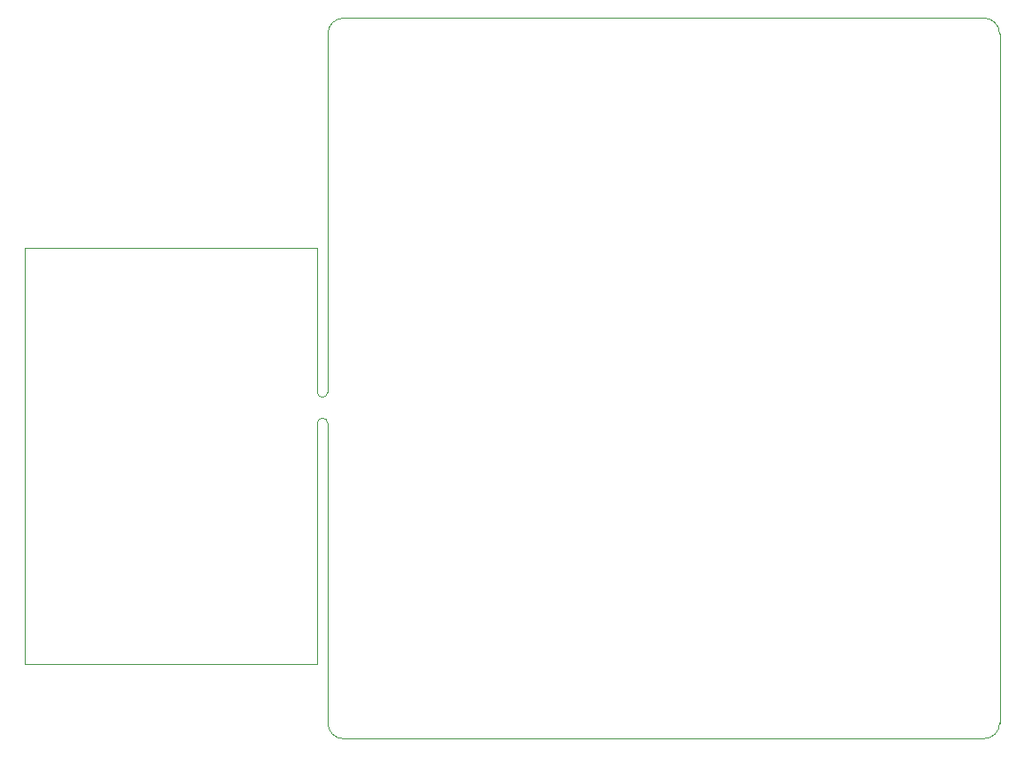
<source format=gbr>
%TF.GenerationSoftware,KiCad,Pcbnew,8.0.5*%
%TF.CreationDate,2025-07-03T02:12:51-07:00*%
%TF.ProjectId,Penguin_Paddle,50656e67-7569-46e5-9f50-6164646c652e, 4*%
%TF.SameCoordinates,Original*%
%TF.FileFunction,Profile,NP*%
%FSLAX46Y46*%
G04 Gerber Fmt 4.6, Leading zero omitted, Abs format (unit mm)*
G04 Created by KiCad (PCBNEW 8.0.5) date 2025-07-03 02:12:51*
%MOMM*%
%LPD*%
G01*
G04 APERTURE LIST*
%TA.AperFunction,Profile*%
%ADD10C,0.050000*%
%TD*%
%TA.AperFunction,Profile*%
%ADD11C,0.100000*%
%TD*%
G04 APERTURE END LIST*
D10*
X192130000Y-82360000D02*
X192120000Y-116610000D01*
X254840000Y-80860000D02*
G75*
G02*
X256340000Y-82360000I0J-1500000D01*
G01*
X193630000Y-80860000D02*
X254840000Y-80860000D01*
X192130000Y-82360000D02*
G75*
G02*
X193630000Y-80860000I1500000J0D01*
G01*
X193630000Y-149770000D02*
G75*
G02*
X192130000Y-148270000I0J1500000D01*
G01*
X254840000Y-149770000D02*
X193630000Y-149770000D01*
X192120000Y-119610000D02*
X192130000Y-148270000D01*
X191100000Y-142610000D02*
X191120000Y-119610000D01*
X163160000Y-102850000D02*
X163150000Y-142610000D01*
X191120000Y-102850000D02*
X163160000Y-102850000D01*
X256340000Y-82360000D02*
X256340000Y-148270000D01*
X256340000Y-148270000D02*
G75*
G02*
X254840000Y-149770000I-1500000J0D01*
G01*
X191120000Y-116610000D02*
X191120000Y-102850000D01*
X163150000Y-142610000D02*
X191100000Y-142610000D01*
D11*
%TO.C,mouse-bite-1mm-3mm*%
X191120000Y-119610000D02*
G75*
G02*
X192120000Y-119610000I500000J0D01*
G01*
X192120000Y-116610000D02*
G75*
G02*
X191120000Y-116610000I-500000J0D01*
G01*
%TD*%
M02*

</source>
